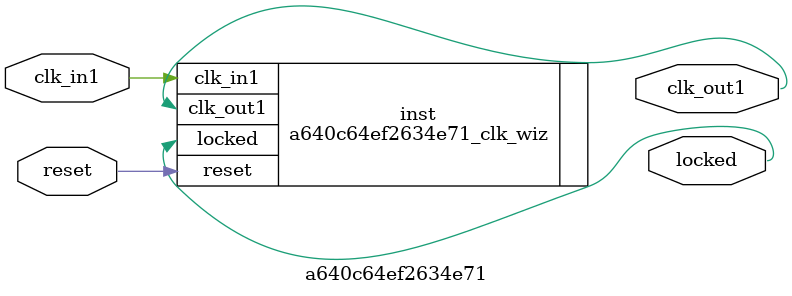
<source format=v>


`timescale 1ps/1ps

(* CORE_GENERATION_INFO = "a640c64ef2634e71,clk_wiz_v6_0_14_0_0,{component_name=a640c64ef2634e71,use_phase_alignment=true,use_min_o_jitter=false,use_max_i_jitter=false,use_dyn_phase_shift=false,use_inclk_switchover=false,use_dyn_reconfig=false,enable_axi=0,feedback_source=FDBK_AUTO,PRIMITIVE=MMCM,num_out_clk=1,clkin1_period=10.000,clkin2_period=10.000,use_power_down=false,use_reset=true,use_locked=true,use_inclk_stopped=false,feedback_type=SINGLE,CLOCK_MGR_TYPE=NA,manual_override=false}" *)

module a640c64ef2634e71 
 (
  // Clock out ports
  output        clk_out1,
  // Status and control signals
  input         reset,
  output        locked,
 // Clock in ports
  input         clk_in1
 );

  a640c64ef2634e71_clk_wiz inst
  (
  // Clock out ports  
  .clk_out1(clk_out1),
  // Status and control signals               
  .reset(reset), 
  .locked(locked),
 // Clock in ports
  .clk_in1(clk_in1)
  );

endmodule

</source>
